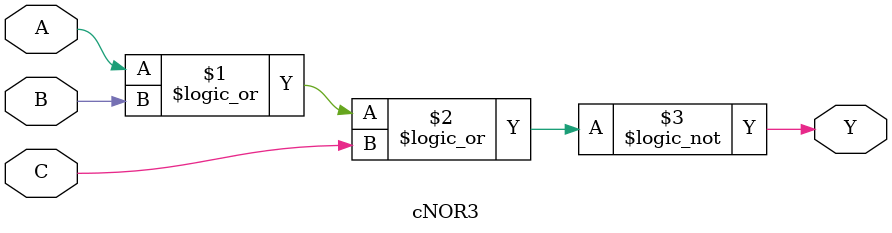
<source format=v>
module cNOR3(input wire A, input wire B, input wire C, output wire Y);
assign Y = !(A || B || C);
endmodule

</source>
